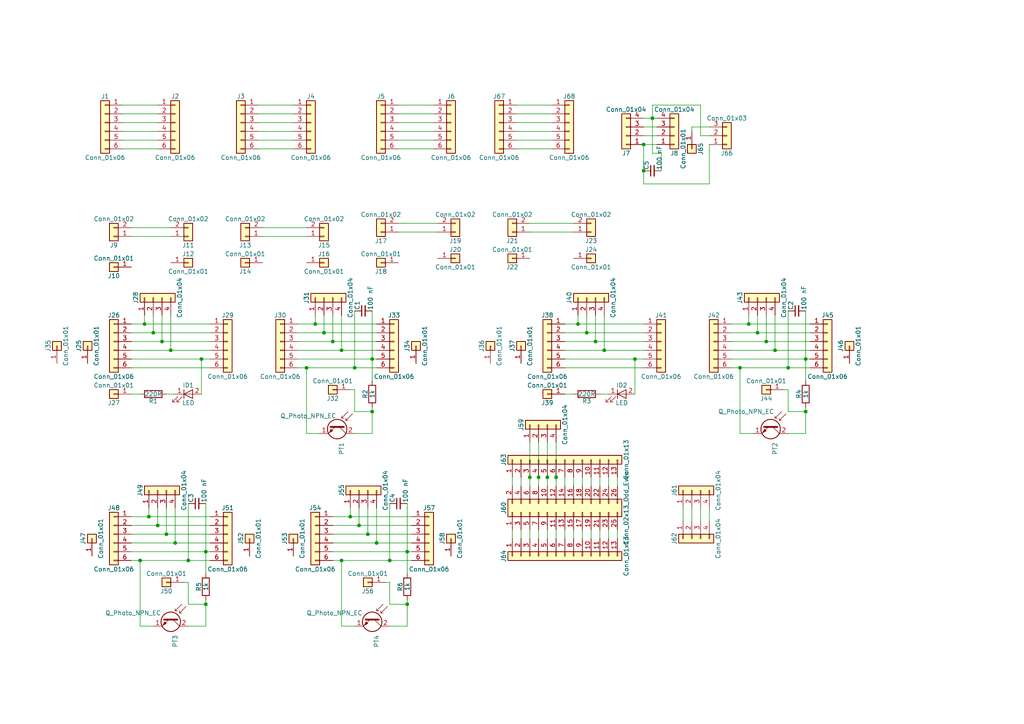
<source format=kicad_sch>
(kicad_sch (version 20230121) (generator eeschema)
  (paper "A4")
  (lib_symbols
    (symbol "AdapterBoard-rescue:C_Small" (pin_numbers hide) (pin_names (offset 0.254) hide)
      (property "Reference" "C" (at 0.254 1.778 0))
      (property "Value" "C_Small" (at 0.254 -2.032 0))
      (symbol "C_Small_0_1"
        (polyline (pts (xy -1.524 -0.508) (xy 1.524 -0.508)) (stroke (width 0.3302)))
        (polyline (pts (xy -1.524 0.508) (xy 1.524 0.508)) (stroke (width 0.3048)))
      )
      (symbol "C_Small_1_1"
        (pin passive line (at 0 2.54 270) (length 2.032) (name "~") (number "1"))
        (pin passive line (at 0 -2.54 90) (length 2.032) (name "~") (number "2"))
      )
    )
    (symbol "AdapterBoard-rescue:Conn_01x01" (pin_names (offset 1.016) hide)
      (property "Reference" "J" (at 0 2.54 0))
      (property "Value" "Conn_01x01" (at 0 -2.54 0))
      (symbol "Conn_01x01_1_1"
        (rectangle (start -1.27 0.127) (end 0 -0.127) (stroke (width 0.1524)))
        (rectangle (start -1.27 1.27) (end 1.27 -1.27) (stroke (width 0.254)) (fill (type background)))
        (pin passive line (at -5.08 0 0) (length 3.81) (name "Pin_1") (number "1"))
      )
    )
    (symbol "AdapterBoard-rescue:Conn_01x02" (pin_names (offset 1.016) hide)
      (property "Reference" "J" (at 0 2.54 0))
      (property "Value" "Conn_01x02" (at 0 -5.08 0))
      (symbol "Conn_01x02_1_1"
        (rectangle (start -1.27 -2.413) (end 0 -2.667) (stroke (width 0.1524)))
        (rectangle (start -1.27 0.127) (end 0 -0.127) (stroke (width 0.1524)))
        (rectangle (start -1.27 1.27) (end 1.27 -3.81) (stroke (width 0.254)) (fill (type background)))
        (pin passive line (at -5.08 0 0) (length 3.81) (name "Pin_1") (number "1"))
        (pin passive line (at -5.08 -2.54 0) (length 3.81) (name "Pin_2") (number "2"))
      )
    )
    (symbol "AdapterBoard-rescue:Conn_01x03" (pin_names (offset 1.016) hide)
      (property "Reference" "J" (at 0 5.08 0))
      (property "Value" "Conn_01x03" (at 0 -5.08 0))
      (symbol "Conn_01x03_1_1"
        (rectangle (start -1.27 -2.413) (end 0 -2.667) (stroke (width 0.1524)))
        (rectangle (start -1.27 0.127) (end 0 -0.127) (stroke (width 0.1524)))
        (rectangle (start -1.27 2.667) (end 0 2.413) (stroke (width 0.1524)))
        (rectangle (start -1.27 3.81) (end 1.27 -3.81) (stroke (width 0.254)) (fill (type background)))
        (pin passive line (at -5.08 2.54 0) (length 3.81) (name "Pin_1") (number "1"))
        (pin passive line (at -5.08 0 0) (length 3.81) (name "Pin_2") (number "2"))
        (pin passive line (at -5.08 -2.54 0) (length 3.81) (name "Pin_3") (number "3"))
      )
    )
    (symbol "AdapterBoard-rescue:Conn_01x04" (pin_names (offset 1.016) hide)
      (property "Reference" "J" (at 0 5.08 0))
      (property "Value" "Conn_01x04" (at 0 -7.62 0))
      (symbol "Conn_01x04_1_1"
        (rectangle (start -1.27 -4.953) (end 0 -5.207) (stroke (width 0.1524)))
        (rectangle (start -1.27 -2.413) (end 0 -2.667) (stroke (width 0.1524)))
        (rectangle (start -1.27 0.127) (end 0 -0.127) (stroke (width 0.1524)))
        (rectangle (start -1.27 2.667) (end 0 2.413) (stroke (width 0.1524)))
        (rectangle (start -1.27 3.81) (end 1.27 -6.35) (stroke (width 0.254)) (fill (type background)))
        (pin passive line (at -5.08 2.54 0) (length 3.81) (name "Pin_1") (number "1"))
        (pin passive line (at -5.08 0 0) (length 3.81) (name "Pin_2") (number "2"))
        (pin passive line (at -5.08 -2.54 0) (length 3.81) (name "Pin_3") (number "3"))
        (pin passive line (at -5.08 -5.08 0) (length 3.81) (name "Pin_4") (number "4"))
      )
    )
    (symbol "AdapterBoard-rescue:Conn_01x06" (pin_names (offset 1.016) hide)
      (property "Reference" "J" (at 0 7.62 0))
      (property "Value" "Conn_01x06" (at 0 -10.16 0))
      (symbol "Conn_01x06_1_1"
        (rectangle (start -1.27 -7.493) (end 0 -7.747) (stroke (width 0.1524)))
        (rectangle (start -1.27 -4.953) (end 0 -5.207) (stroke (width 0.1524)))
        (rectangle (start -1.27 -2.413) (end 0 -2.667) (stroke (width 0.1524)))
        (rectangle (start -1.27 0.127) (end 0 -0.127) (stroke (width 0.1524)))
        (rectangle (start -1.27 2.667) (end 0 2.413) (stroke (width 0.1524)))
        (rectangle (start -1.27 5.207) (end 0 4.953) (stroke (width 0.1524)))
        (rectangle (start -1.27 6.35) (end 1.27 -8.89) (stroke (width 0.254)) (fill (type background)))
        (pin passive line (at -5.08 5.08 0) (length 3.81) (name "Pin_1") (number "1"))
        (pin passive line (at -5.08 2.54 0) (length 3.81) (name "Pin_2") (number "2"))
        (pin passive line (at -5.08 0 0) (length 3.81) (name "Pin_3") (number "3"))
        (pin passive line (at -5.08 -2.54 0) (length 3.81) (name "Pin_4") (number "4"))
        (pin passive line (at -5.08 -5.08 0) (length 3.81) (name "Pin_5") (number "5"))
        (pin passive line (at -5.08 -7.62 0) (length 3.81) (name "Pin_6") (number "6"))
      )
    )
    (symbol "AdapterBoard-rescue:Conn_01x13" (pin_names (offset 1.016) hide)
      (property "Reference" "J" (at 0 17.78 0))
      (property "Value" "Conn_01x13" (at 0 -17.78 0))
      (symbol "Conn_01x13_1_1"
        (rectangle (start -1.27 -15.113) (end 0 -15.367) (stroke (width 0.1524)))
        (rectangle (start -1.27 -12.573) (end 0 -12.827) (stroke (width 0.1524)))
        (rectangle (start -1.27 -10.033) (end 0 -10.287) (stroke (width 0.1524)))
        (rectangle (start -1.27 -7.493) (end 0 -7.747) (stroke (width 0.1524)))
        (rectangle (start -1.27 -4.953) (end 0 -5.207) (stroke (width 0.1524)))
        (rectangle (start -1.27 -2.413) (end 0 -2.667) (stroke (width 0.1524)))
        (rectangle (start -1.27 0.127) (end 0 -0.127) (stroke (width 0.1524)))
        (rectangle (start -1.27 2.667) (end 0 2.413) (stroke (width 0.1524)))
        (rectangle (start -1.27 5.207) (end 0 4.953) (stroke (width 0.1524)))
        (rectangle (start -1.27 7.747) (end 0 7.493) (stroke (width 0.1524)))
        (rectangle (start -1.27 10.287) (end 0 10.033) (stroke (width 0.1524)))
        (rectangle (start -1.27 12.827) (end 0 12.573) (stroke (width 0.1524)))
        (rectangle (start -1.27 15.367) (end 0 15.113) (stroke (width 0.1524)))
        (rectangle (start -1.27 16.51) (end 1.27 -16.51) (stroke (width 0.254)) (fill (type background)))
        (pin passive line (at -5.08 15.24 0) (length 3.81) (name "Pin_1") (number "1"))
        (pin passive line (at -5.08 -7.62 0) (length 3.81) (name "Pin_10") (number "10"))
        (pin passive line (at -5.08 -10.16 0) (length 3.81) (name "Pin_11") (number "11"))
        (pin passive line (at -5.08 -12.7 0) (length 3.81) (name "Pin_12") (number "12"))
        (pin passive line (at -5.08 -15.24 0) (length 3.81) (name "Pin_13") (number "13"))
        (pin passive line (at -5.08 12.7 0) (length 3.81) (name "Pin_2") (number "2"))
        (pin passive line (at -5.08 10.16 0) (length 3.81) (name "Pin_3") (number "3"))
        (pin passive line (at -5.08 7.62 0) (length 3.81) (name "Pin_4") (number "4"))
        (pin passive line (at -5.08 5.08 0) (length 3.81) (name "Pin_5") (number "5"))
        (pin passive line (at -5.08 2.54 0) (length 3.81) (name "Pin_6") (number "6"))
        (pin passive line (at -5.08 0 0) (length 3.81) (name "Pin_7") (number "7"))
        (pin passive line (at -5.08 -2.54 0) (length 3.81) (name "Pin_8") (number "8"))
        (pin passive line (at -5.08 -5.08 0) (length 3.81) (name "Pin_9") (number "9"))
      )
    )
    (symbol "AdapterBoard-rescue:Conn_02x13_Odd_Even" (pin_names (offset 1.016) hide)
      (property "Reference" "J" (at 1.27 17.78 0))
      (property "Value" "Conn_02x13_Odd_Even" (at 1.27 -17.78 0))
      (symbol "Conn_02x13_Odd_Even_1_1"
        (rectangle (start -1.27 -15.113) (end 0 -15.367) (stroke (width 0.1524)))
        (rectangle (start -1.27 -12.573) (end 0 -12.827) (stroke (width 0.1524)))
        (rectangle (start -1.27 -10.033) (end 0 -10.287) (stroke (width 0.1524)))
        (rectangle (start -1.27 -7.493) (end 0 -7.747) (stroke (width 0.1524)))
        (rectangle (start -1.27 -4.953) (end 0 -5.207) (stroke (width 0.1524)))
        (rectangle (start -1.27 -2.413) (end 0 -2.667) (stroke (width 0.1524)))
        (rectangle (start -1.27 0.127) (end 0 -0.127) (stroke (width 0.1524)))
        (rectangle (start -1.27 2.667) (end 0 2.413) (stroke (width 0.1524)))
        (rectangle (start -1.27 5.207) (end 0 4.953) (stroke (width 0.1524)))
        (rectangle (start -1.27 7.747) (end 0 7.493) (stroke (width 0.1524)))
        (rectangle (start -1.27 10.287) (end 0 10.033) (stroke (width 0.1524)))
        (rectangle (start -1.27 12.827) (end 0 12.573) (stroke (width 0.1524)))
        (rectangle (start -1.27 15.367) (end 0 15.113) (stroke (width 0.1524)))
        (rectangle (start -1.27 16.51) (end 3.81 -16.51) (stroke (width 0.254)) (fill (type background)))
        (rectangle (start 3.81 -15.113) (end 2.54 -15.367) (stroke (width 0.1524)))
        (rectangle (start 3.81 -12.573) (end 2.54 -12.827) (stroke (width 0.1524)))
        (rectangle (start 3.81 -10.033) (end 2.54 -10.287) (stroke (width 0.1524)))
        (rectangle (start 3.81 -7.493) (end 2.54 -7.747) (stroke (width 0.1524)))
        (rectangle (start 3.81 -4.953) (end 2.54 -5.207) (stroke (width 0.1524)))
        (rectangle (start 3.81 -2.413) (end 2.54 -2.667) (stroke (width 0.1524)))
        (rectangle (start 3.81 0.127) (end 2.54 -0.127) (stroke (width 0.1524)))
        (rectangle (start 3.81 2.667) (end 2.54 2.413) (stroke (width 0.1524)))
        (rectangle (start 3.81 5.207) (end 2.54 4.953) (stroke (width 0.1524)))
        (rectangle (start 3.81 7.747) (end 2.54 7.493) (stroke (width 0.1524)))
        (rectangle (start 3.81 10.287) (end 2.54 10.033) (stroke (width 0.1524)))
        (rectangle (start 3.81 12.827) (end 2.54 12.573) (stroke (width 0.1524)))
        (rectangle (start 3.81 15.367) (end 2.54 15.113) (stroke (width 0.1524)))
        (pin passive line (at -5.08 15.24 0) (length 3.81) (name "Pin_1") (number "1"))
        (pin passive line (at 7.62 5.08 180) (length 3.81) (name "Pin_10") (number "10"))
        (pin passive line (at -5.08 2.54 0) (length 3.81) (name "Pin_11") (number "11"))
        (pin passive line (at 7.62 2.54 180) (length 3.81) (name "Pin_12") (number "12"))
        (pin passive line (at -5.08 0 0) (length 3.81) (name "Pin_13") (number "13"))
        (pin passive line (at 7.62 0 180) (length 3.81) (name "Pin_14") (number "14"))
        (pin passive line (at -5.08 -2.54 0) (length 3.81) (name "Pin_15") (number "15"))
        (pin passive line (at 7.62 -2.54 180) (length 3.81) (name "Pin_16") (number "16"))
        (pin passive line (at -5.08 -5.08 0) (length 3.81) (name "Pin_17") (number "17"))
        (pin passive line (at 7.62 -5.08 180) (length 3.81) (name "Pin_18") (number "18"))
        (pin passive line (at -5.08 -7.62 0) (length 3.81) (name "Pin_19") (number "19"))
        (pin passive line (at 7.62 15.24 180) (length 3.81) (name "Pin_2") (number "2"))
        (pin passive line (at 7.62 -7.62 180) (length 3.81) (name "Pin_20") (number "20"))
        (pin passive line (at -5.08 -10.16 0) (length 3.81) (name "Pin_21") (number "21"))
        (pin passive line (at 7.62 -10.16 180) (length 3.81) (name "Pin_22") (number "22"))
        (pin passive line (at -5.08 -12.7 0) (length 3.81) (name "Pin_23") (number "23"))
        (pin passive line (at 7.62 -12.7 180) (length 3.81) (name "Pin_24") (number "24"))
        (pin passive line (at -5.08 -15.24 0) (length 3.81) (name "Pin_25") (number "25"))
        (pin passive line (at 7.62 -15.24 180) (length 3.81) (name "Pin_26") (number "26"))
        (pin passive line (at -5.08 12.7 0) (length 3.81) (name "Pin_3") (number "3"))
        (pin passive line (at 7.62 12.7 180) (length 3.81) (name "Pin_4") (number "4"))
        (pin passive line (at -5.08 10.16 0) (length 3.81) (name "Pin_5") (number "5"))
        (pin passive line (at 7.62 10.16 180) (length 3.81) (name "Pin_6") (number "6"))
        (pin passive line (at -5.08 7.62 0) (length 3.81) (name "Pin_7") (number "7"))
        (pin passive line (at 7.62 7.62 180) (length 3.81) (name "Pin_8") (number "8"))
        (pin passive line (at -5.08 5.08 0) (length 3.81) (name "Pin_9") (number "9"))
      )
    )
    (symbol "AdapterBoard-rescue:LED" (pin_names (offset 1.016) hide)
      (property "Reference" "D" (at 0 2.54 0))
      (property "Value" "LED" (at 0 -2.54 0))
      (symbol "LED_0_1"
        (polyline (pts (xy -1.27 -1.27) (xy -1.27 1.27)) (stroke (width 0.2032)))
        (polyline (pts (xy -1.27 0) (xy 1.27 0)))
        (polyline (pts (xy 1.27 -1.27) (xy 1.27 1.27) (xy -1.27 0) (xy 1.27 -1.27)) (stroke (width 0.2032)))
        (polyline (pts (xy -3.048 -0.762) (xy -4.572 -2.286) (xy -3.81 -2.286) (xy -4.572 -2.286) (xy -4.572 -1.524)))
        (polyline (pts (xy -1.778 -0.762) (xy -3.302 -2.286) (xy -2.54 -2.286) (xy -3.302 -2.286) (xy -3.302 -1.524)))
      )
      (symbol "LED_1_1"
        (pin passive line (at -3.81 0 0) (length 2.54) (name "K") (number "1"))
        (pin passive line (at 3.81 0 180) (length 2.54) (name "A") (number "2"))
      )
    )
    (symbol "AdapterBoard-rescue:Q_Photo_NPN_EC" (pin_names (offset 0) hide)
      (property "Reference" "Q" (at 5.08 1.27 0))
      (property "Value" "Q_Photo_NPN_EC" (at 5.08 -1.27 0))
      (symbol "Q_Photo_NPN_EC_0_1"
        (polyline (pts (xy -1.905 1.27) (xy -2.54 1.27)))
        (polyline (pts (xy -1.27 2.54) (xy -1.905 2.54)))
        (polyline (pts (xy 0.635 0.635) (xy 2.54 2.54)))
        (polyline (pts (xy -3.81 3.175) (xy -1.905 1.27) (xy -1.905 1.905)))
        (polyline (pts (xy -3.175 4.445) (xy -1.27 2.54) (xy -1.27 3.175)))
        (polyline (pts (xy 0.635 -0.635) (xy 2.54 -2.54) (xy 2.54 -2.54)))
        (polyline (pts (xy 0.635 1.905) (xy 0.635 -1.905) (xy 0.635 -1.905)) (stroke (width 0.508)))
        (polyline (pts (xy 1.27 -1.778) (xy 1.778 -1.27) (xy 2.286 -2.286) (xy 1.27 -1.778) (xy 1.27 -1.778)) (fill (type outline)))
        (circle (center 1.27 0) (radius 2.8194) (stroke (width 0.254)))
      )
      (symbol "Q_Photo_NPN_EC_1_1"
        (pin passive line (at 2.54 -5.08 90) (length 2.54) (name "E") (number "1"))
        (pin passive line (at 2.54 5.08 270) (length 2.54) (name "C") (number "2"))
      )
    )
    (symbol "AdapterBoard-rescue:R" (pin_numbers hide) (pin_names (offset 0))
      (property "Reference" "R" (at 2.032 0 90))
      (property "Value" "R" (at 0 0 90))
      (symbol "R_0_1"
        (rectangle (start -1.016 -2.54) (end 1.016 2.54) (stroke (width 0.254)))
      )
      (symbol "R_1_1"
        (pin passive line (at 0 3.81 270) (length 1.27) (name "~") (number "1"))
        (pin passive line (at 0 -3.81 90) (length 1.27) (name "~") (number "2"))
      )
    )
  )
  (junction (at 45.72 152.4))
  (junction (at 184.15 104.14))
  (junction (at 161.29 138.43))
  (junction (at 170.18 96.52))
  (junction (at 189.23 34.29))
  (junction (at 93.98 96.52))
  (junction (at 50.8 157.48))
  (junction (at 104.14 152.4))
  (junction (at 91.44 93.98))
  (junction (at 222.25 99.06))
  (junction (at 118.11 175.26))
  (junction (at 99.06 162.56))
  (junction (at 153.67 138.43))
  (junction (at 228.6 106.68))
  (junction (at 214.63 106.68))
  (junction (at 217.17 93.98))
  (junction (at 99.06 101.6))
  (junction (at 167.64 93.98))
  (junction (at 43.18 149.86))
  (junction (at 172.72 99.06))
  (junction (at 46.99 99.06))
  (junction (at 219.71 96.52))
  (junction (at 118.11 160.02))
  (junction (at 113.03 162.56))
  (junction (at 109.22 157.48))
  (junction (at 106.68 154.94))
  (junction (at 158.75 138.43))
  (junction (at 107.95 119.38))
  (junction (at 101.6 149.86))
  (junction (at 44.45 96.52))
  (junction (at 186.69 49.53))
  (junction (at 54.61 162.56))
  (junction (at 186.69 41.91))
  (junction (at 96.52 99.06))
  (junction (at 58.42 104.14))
  (junction (at 107.95 104.14))
  (junction (at 59.69 175.26))
  (junction (at 233.68 104.14))
  (junction (at 88.9 106.68))
  (junction (at 49.53 101.6))
  (junction (at 48.26 154.94))
  (junction (at 41.91 93.98))
  (junction (at 102.87 106.68))
  (junction (at 175.26 101.6))
  (junction (at 233.68 119.38))
  (junction (at 156.21 138.43))
  (junction (at 40.64 162.56))
  (junction (at 59.69 160.02))
  (junction (at 224.79 101.6))
  (wire (pts (xy 172.72 91.44) (xy 172.72 99.06)))
  (wire (pts (xy 186.69 41.91) (xy 190.5 41.91)))
  (wire (pts (xy 224.79 91.44) (xy 224.79 101.6)))
  (wire (pts (xy 58.42 104.14) (xy 58.42 114.3)))
  (wire (pts (xy 111.76 168.91) (xy 113.03 168.91)))
  (wire (pts (xy 113.03 175.26) (xy 118.11 175.26)))
  (wire (pts (xy 38.1 157.48) (xy 50.8 157.48)))
  (wire (pts (xy 101.6 149.86) (xy 119.38 149.86)))
  (wire (pts (xy 233.68 125.73) (xy 228.6 125.73)))
  (wire (pts (xy 107.95 90.17) (xy 107.95 104.14)))
  (wire (pts (xy 54.61 168.91) (xy 54.61 175.26)))
  (wire (pts (xy 171.45 153.67) (xy 171.45 156.21)))
  (wire (pts (xy 45.72 30.48) (xy 35.56 30.48)))
  (wire (pts (xy 54.61 175.26) (xy 59.69 175.26)))
  (wire (pts (xy 163.83 96.52) (xy 170.18 96.52)))
  (wire (pts (xy 184.15 104.14) (xy 186.69 104.14)))
  (wire (pts (xy 125.73 38.1) (xy 115.57 38.1)))
  (wire (pts (xy 166.37 153.67) (xy 166.37 156.21)))
  (wire (pts (xy 88.9 66.04) (xy 76.2 66.04)))
  (wire (pts (xy 107.95 119.38) (xy 107.95 125.73)))
  (wire (pts (xy 96.52 149.86) (xy 101.6 149.86)))
  (wire (pts (xy 38.1 99.06) (xy 46.99 99.06)))
  (wire (pts (xy 85.09 33.02) (xy 74.93 33.02)))
  (wire (pts (xy 228.6 119.38) (xy 233.68 119.38)))
  (wire (pts (xy 118.11 181.61) (xy 113.03 181.61)))
  (wire (pts (xy 233.68 119.38) (xy 233.68 125.73)))
  (wire (pts (xy 228.6 113.03) (xy 228.6 119.38)))
  (wire (pts (xy 160.02 38.1) (xy 149.86 38.1)))
  (wire (pts (xy 191.77 44.45) (xy 189.23 44.45)))
  (wire (pts (xy 93.98 91.44) (xy 93.98 96.52)))
  (wire (pts (xy 58.42 104.14) (xy 60.96 104.14)))
  (wire (pts (xy 92.71 125.73) (xy 88.9 125.73)))
  (wire (pts (xy 49.53 66.04) (xy 38.1 66.04)))
  (wire (pts (xy 161.29 128.27) (xy 161.29 138.43)))
  (wire (pts (xy 125.73 30.48) (xy 115.57 30.48)))
  (wire (pts (xy 46.99 91.44) (xy 46.99 99.06)))
  (wire (pts (xy 85.09 40.64) (xy 74.93 40.64)))
  (wire (pts (xy 179.07 153.67) (xy 179.07 156.21)))
  (wire (pts (xy 233.68 90.17) (xy 233.68 104.14)))
  (wire (pts (xy 38.1 152.4) (xy 45.72 152.4)))
  (wire (pts (xy 102.87 90.17) (xy 102.87 106.68)))
  (wire (pts (xy 107.95 125.73) (xy 102.87 125.73)))
  (wire (pts (xy 48.26 154.94) (xy 60.96 154.94)))
  (wire (pts (xy 38.1 106.68) (xy 60.96 106.68)))
  (wire (pts (xy 107.95 118.11) (xy 107.95 119.38)))
  (wire (pts (xy 40.64 162.56) (xy 54.61 162.56)))
  (wire (pts (xy 148.59 153.67) (xy 148.59 156.21)))
  (wire (pts (xy 118.11 146.05) (xy 118.11 160.02)))
  (wire (pts (xy 102.87 113.03) (xy 102.87 119.38)))
  (wire (pts (xy 118.11 173.99) (xy 118.11 175.26)))
  (wire (pts (xy 127 64.77) (xy 115.57 64.77)))
  (wire (pts (xy 173.99 153.67) (xy 173.99 156.21)))
  (wire (pts (xy 168.91 140.97) (xy 168.91 138.43)))
  (wire (pts (xy 166.37 140.97) (xy 166.37 138.43)))
  (wire (pts (xy 198.12 147.32) (xy 198.12 151.13)))
  (wire (pts (xy 118.11 160.02) (xy 119.38 160.02)))
  (wire (pts (xy 86.36 99.06) (xy 96.52 99.06)))
  (wire (pts (xy 233.68 118.11) (xy 233.68 119.38)))
  (wire (pts (xy 59.69 181.61) (xy 54.61 181.61)))
  (wire (pts (xy 228.6 106.68) (xy 234.95 106.68)))
  (wire (pts (xy 186.69 39.37) (xy 190.5 39.37)))
  (wire (pts (xy 88.9 125.73) (xy 88.9 106.68)))
  (wire (pts (xy 189.23 34.29) (xy 190.5 34.29)))
  (wire (pts (xy 212.09 99.06) (xy 222.25 99.06)))
  (wire (pts (xy 153.67 153.67) (xy 153.67 156.21)))
  (wire (pts (xy 102.87 181.61) (xy 99.06 181.61)))
  (wire (pts (xy 91.44 91.44) (xy 91.44 93.98)))
  (wire (pts (xy 214.63 125.73) (xy 214.63 106.68)))
  (wire (pts (xy 107.95 104.14) (xy 107.95 110.49)))
  (wire (pts (xy 109.22 157.48) (xy 119.38 157.48)))
  (wire (pts (xy 179.07 138.43) (xy 179.07 140.97)))
  (wire (pts (xy 46.99 99.06) (xy 60.96 99.06)))
  (wire (pts (xy 99.06 91.44) (xy 99.06 101.6)))
  (wire (pts (xy 99.06 181.61) (xy 99.06 162.56)))
  (wire (pts (xy 166.37 64.77) (xy 153.67 64.77)))
  (wire (pts (xy 184.15 104.14) (xy 184.15 114.3)))
  (wire (pts (xy 166.37 114.3) (xy 163.83 114.3)))
  (wire (pts (xy 109.22 147.32) (xy 109.22 157.48)))
  (wire (pts (xy 85.09 30.48) (xy 74.93 30.48)))
  (wire (pts (xy 38.1 149.86) (xy 43.18 149.86)))
  (wire (pts (xy 96.52 99.06) (xy 109.22 99.06)))
  (wire (pts (xy 203.2 30.48) (xy 189.23 30.48)))
  (wire (pts (xy 50.8 147.32) (xy 50.8 157.48)))
  (wire (pts (xy 86.36 96.52) (xy 93.98 96.52)))
  (wire (pts (xy 48.26 147.32) (xy 48.26 154.94)))
  (wire (pts (xy 38.1 93.98) (xy 41.91 93.98)))
  (wire (pts (xy 153.67 138.43) (xy 153.67 140.97)))
  (wire (pts (xy 104.14 147.32) (xy 104.14 152.4)))
  (wire (pts (xy 99.06 101.6) (xy 109.22 101.6)))
  (wire (pts (xy 160.02 43.18) (xy 149.86 43.18)))
  (wire (pts (xy 45.72 33.02) (xy 35.56 33.02)))
  (wire (pts (xy 163.83 153.67) (xy 163.83 156.21)))
  (wire (pts (xy 49.53 91.44) (xy 49.53 101.6)))
  (wire (pts (xy 212.09 106.68) (xy 214.63 106.68)))
  (wire (pts (xy 172.72 99.06) (xy 186.69 99.06)))
  (wire (pts (xy 176.53 140.97) (xy 176.53 138.43)))
  (wire (pts (xy 44.45 181.61) (xy 40.64 181.61)))
  (wire (pts (xy 53.34 168.91) (xy 54.61 168.91)))
  (wire (pts (xy 219.71 91.44) (xy 219.71 96.52)))
  (wire (pts (xy 38.1 162.56) (xy 40.64 162.56)))
  (wire (pts (xy 156.21 138.43) (xy 156.21 140.97)))
  (wire (pts (xy 96.52 162.56) (xy 99.06 162.56)))
  (wire (pts (xy 214.63 106.68) (xy 228.6 106.68)))
  (wire (pts (xy 49.53 101.6) (xy 60.96 101.6)))
  (wire (pts (xy 93.98 96.52) (xy 109.22 96.52)))
  (wire (pts (xy 85.09 35.56) (xy 74.93 35.56)))
  (wire (pts (xy 96.52 154.94) (xy 106.68 154.94)))
  (wire (pts (xy 101.6 147.32) (xy 101.6 149.86)))
  (wire (pts (xy 158.75 153.67) (xy 158.75 156.21)))
  (wire (pts (xy 200.66 36.83) (xy 205.74 36.83)))
  (wire (pts (xy 228.6 90.17) (xy 228.6 106.68)))
  (wire (pts (xy 54.61 146.05) (xy 54.61 162.56)))
  (wire (pts (xy 59.69 173.99) (xy 59.69 175.26)))
  (wire (pts (xy 40.64 181.61) (xy 40.64 162.56)))
  (wire (pts (xy 86.36 93.98) (xy 91.44 93.98)))
  (wire (pts (xy 59.69 175.26) (xy 59.69 181.61)))
  (wire (pts (xy 85.09 43.18) (xy 74.93 43.18)))
  (wire (pts (xy 167.64 91.44) (xy 167.64 93.98)))
  (wire (pts (xy 160.02 40.64) (xy 149.86 40.64)))
  (wire (pts (xy 163.83 101.6) (xy 175.26 101.6)))
  (wire (pts (xy 50.8 114.3) (xy 48.26 114.3)))
  (wire (pts (xy 85.09 38.1) (xy 74.93 38.1)))
  (wire (pts (xy 163.83 99.06) (xy 172.72 99.06)))
  (wire (pts (xy 175.26 91.44) (xy 175.26 101.6)))
  (wire (pts (xy 113.03 162.56) (xy 119.38 162.56)))
  (wire (pts (xy 176.53 114.3) (xy 173.99 114.3)))
  (wire (pts (xy 86.36 104.14) (xy 107.95 104.14)))
  (wire (pts (xy 161.29 138.43) (xy 161.29 140.97)))
  (wire (pts (xy 163.83 106.68) (xy 186.69 106.68)))
  (wire (pts (xy 189.23 34.29) (xy 189.23 30.48)))
  (wire (pts (xy 106.68 154.94) (xy 119.38 154.94)))
  (wire (pts (xy 176.53 153.67) (xy 176.53 156.21)))
  (wire (pts (xy 233.68 104.14) (xy 234.95 104.14)))
  (wire (pts (xy 96.52 157.48) (xy 109.22 157.48)))
  (wire (pts (xy 151.13 138.43) (xy 151.13 140.97)))
  (wire (pts (xy 163.83 104.14) (xy 184.15 104.14)))
  (wire (pts (xy 96.52 152.4) (xy 104.14 152.4)))
  (wire (pts (xy 153.67 128.27) (xy 153.67 138.43)))
  (wire (pts (xy 41.91 93.98) (xy 60.96 93.98)))
  (wire (pts (xy 170.18 96.52) (xy 186.69 96.52)))
  (wire (pts (xy 203.2 39.37) (xy 205.74 39.37)))
  (wire (pts (xy 118.11 175.26) (xy 118.11 181.61)))
  (wire (pts (xy 88.9 68.58) (xy 76.2 68.58)))
  (wire (pts (xy 233.68 104.14) (xy 233.68 110.49)))
  (wire (pts (xy 45.72 40.64) (xy 35.56 40.64)))
  (wire (pts (xy 212.09 96.52) (xy 219.71 96.52)))
  (wire (pts (xy 102.87 106.68) (xy 109.22 106.68)))
  (wire (pts (xy 104.14 152.4) (xy 119.38 152.4)))
  (wire (pts (xy 222.25 91.44) (xy 222.25 99.06)))
  (wire (pts (xy 190.5 36.83) (xy 186.69 36.83)))
  (wire (pts (xy 173.99 140.97) (xy 173.99 138.43)))
  (wire (pts (xy 151.13 153.67) (xy 151.13 156.21)))
  (wire (pts (xy 203.2 151.13) (xy 203.2 147.32)))
  (wire (pts (xy 212.09 104.14) (xy 233.68 104.14)))
  (wire (pts (xy 205.74 147.32) (xy 205.74 151.13)))
  (wire (pts (xy 40.64 114.3) (xy 38.1 114.3)))
  (wire (pts (xy 222.25 99.06) (xy 234.95 99.06)))
  (wire (pts (xy 160.02 30.48) (xy 149.86 30.48)))
  (wire (pts (xy 160.02 33.02) (xy 149.86 33.02)))
  (wire (pts (xy 38.1 160.02) (xy 59.69 160.02)))
  (wire (pts (xy 86.36 106.68) (xy 88.9 106.68)))
  (wire (pts (xy 96.52 91.44) (xy 96.52 99.06)))
  (wire (pts (xy 44.45 91.44) (xy 44.45 96.52)))
  (wire (pts (xy 175.26 101.6) (xy 186.69 101.6)))
  (wire (pts (xy 161.29 153.67) (xy 161.29 156.21)))
  (wire (pts (xy 101.6 113.03) (xy 102.87 113.03)))
  (wire (pts (xy 59.69 160.02) (xy 60.96 160.02)))
  (wire (pts (xy 86.36 101.6) (xy 99.06 101.6)))
  (wire (pts (xy 125.73 33.02) (xy 115.57 33.02)))
  (wire (pts (xy 45.72 147.32) (xy 45.72 152.4)))
  (wire (pts (xy 166.37 67.31) (xy 153.67 67.31)))
  (wire (pts (xy 227.33 113.03) (xy 228.6 113.03)))
  (wire (pts (xy 125.73 43.18) (xy 115.57 43.18)))
  (wire (pts (xy 156.21 153.67) (xy 156.21 156.21)))
  (wire (pts (xy 113.03 146.05) (xy 113.03 162.56)))
  (wire (pts (xy 168.91 153.67) (xy 168.91 156.21)))
  (wire (pts (xy 113.03 168.91) (xy 113.03 175.26)))
  (wire (pts (xy 96.52 160.02) (xy 118.11 160.02)))
  (wire (pts (xy 99.06 162.56) (xy 113.03 162.56)))
  (wire (pts (xy 160.02 35.56) (xy 149.86 35.56)))
  (wire (pts (xy 212.09 93.98) (xy 217.17 93.98)))
  (wire (pts (xy 156.21 128.27) (xy 156.21 138.43)))
  (wire (pts (xy 219.71 96.52) (xy 234.95 96.52)))
  (wire (pts (xy 200.66 147.32) (xy 200.66 151.13)))
  (wire (pts (xy 38.1 104.14) (xy 58.42 104.14)))
  (wire (pts (xy 59.69 160.02) (xy 59.69 166.37)))
  (wire (pts (xy 158.75 128.27) (xy 158.75 138.43)))
  (wire (pts (xy 45.72 38.1) (xy 35.56 38.1)))
  (wire (pts (xy 170.18 91.44) (xy 170.18 96.52)))
  (wire (pts (xy 186.69 49.53) (xy 186.69 53.34)))
  (wire (pts (xy 44.45 96.52) (xy 60.96 96.52)))
  (wire (pts (xy 158.75 138.43) (xy 158.75 140.97)))
  (wire (pts (xy 171.45 140.97) (xy 171.45 138.43)))
  (wire (pts (xy 217.17 93.98) (xy 234.95 93.98)))
  (wire (pts (xy 127 67.31) (xy 115.57 67.31)))
  (wire (pts (xy 106.68 147.32) (xy 106.68 154.94)))
  (wire (pts (xy 205.74 41.91) (xy 205.74 53.34)))
  (wire (pts (xy 189.23 44.45) (xy 189.23 34.29)))
  (wire (pts (xy 125.73 35.56) (xy 115.57 35.56)))
  (wire (pts (xy 59.69 146.05) (xy 59.69 160.02)))
  (wire (pts (xy 200.66 38.1) (xy 200.66 36.83)))
  (wire (pts (xy 224.79 101.6) (xy 234.95 101.6)))
  (wire (pts (xy 191.77 49.53) (xy 191.77 44.45)))
  (wire (pts (xy 91.44 93.98) (xy 109.22 93.98)))
  (wire (pts (xy 43.18 149.86) (xy 60.96 149.86)))
  (wire (pts (xy 88.9 106.68) (xy 102.87 106.68)))
  (wire (pts (xy 203.2 39.37) (xy 203.2 30.48)))
  (wire (pts (xy 38.1 96.52) (xy 44.45 96.52)))
  (wire (pts (xy 45.72 35.56) (xy 35.56 35.56)))
  (wire (pts (xy 148.59 138.43) (xy 148.59 140.97)))
  (wire (pts (xy 54.61 162.56) (xy 60.96 162.56)))
  (wire (pts (xy 186.69 41.91) (xy 186.69 49.53)))
  (wire (pts (xy 102.87 119.38) (xy 107.95 119.38)))
  (wire (pts (xy 38.1 154.94) (xy 48.26 154.94)))
  (wire (pts (xy 45.72 152.4) (xy 60.96 152.4)))
  (wire (pts (xy 205.74 53.34) (xy 186.69 53.34)))
  (wire (pts (xy 163.83 93.98) (xy 167.64 93.98)))
  (wire (pts (xy 49.53 68.58) (xy 38.1 68.58)))
  (wire (pts (xy 163.83 140.97) (xy 163.83 138.43)))
  (wire (pts (xy 186.69 34.29) (xy 189.23 34.29)))
  (wire (pts (xy 125.73 40.64) (xy 115.57 40.64)))
  (wire (pts (xy 107.95 104.14) (xy 109.22 104.14)))
  (wire (pts (xy 218.44 125.73) (xy 214.63 125.73)))
  (wire (pts (xy 41.91 91.44) (xy 41.91 93.98)))
  (wire (pts (xy 38.1 101.6) (xy 49.53 101.6)))
  (wire (pts (xy 50.8 157.48) (xy 60.96 157.48)))
  (wire (pts (xy 212.09 101.6) (xy 224.79 101.6)))
  (wire (pts (xy 45.72 43.18) (xy 35.56 43.18)))
  (wire (pts (xy 118.11 160.02) (xy 118.11 166.37)))
  (wire (pts (xy 217.17 91.44) (xy 217.17 93.98)))
  (wire (pts (xy 43.18 147.32) (xy 43.18 149.86)))
  (wire (pts (xy 167.64 93.98) (xy 186.69 93.98)))
  (symbol (lib_id "AdapterBoard-rescue:Conn_01x06") (at 50.8 35.56 0) (unit 1)
    (property "Reference" "J2" (at 50.8 27.94 0))
    (property "Value" "Conn_01x06" (at 50.8 45.72 0))
    (property "Footprint" "Pin_Headers:Pin_Header_Straight_1x06_Pitch2.54mm" (effects hide))
  )
  (symbol (lib_id "AdapterBoard-rescue:Conn_01x06") (at 30.48 35.56 0) (mirror y) (unit 1)
    (property "Reference" "J1" (at 30.48 27.94 0))
    (property "Value" "Conn_01x06" (at 30.48 45.72 0))
    (property "Footprint" "Pin_Headers:Pin_Header_Straight_1x06_Pitch2.54mm" (effects hide))
  )
  (symbol (lib_id "AdapterBoard-rescue:Conn_01x06") (at 90.17 35.56 0) (unit 1)
    (property "Reference" "J4" (at 90.17 27.94 0))
    (property "Value" "Conn_01x06" (at 90.17 45.72 0))
    (property "Footprint" "Pin_Headers:Pin_Header_Straight_1x06_Pitch2.54mm" (effects hide))
  )
  (symbol (lib_id "AdapterBoard-rescue:Conn_01x06") (at 69.85 35.56 0) (mirror y) (unit 1)
    (property "Reference" "J3" (at 69.85 27.94 0))
    (property "Value" "Conn_01x06" (at 69.85 45.72 0))
    (property "Footprint" "Pin_Headers:Pin_Header_Straight_1x06_Pitch2.54mm" (effects hide))
  )
  (symbol (lib_id "AdapterBoard-rescue:Conn_01x06") (at 130.81 35.56 0) (unit 1)
    (property "Reference" "J6" (at 130.81 27.94 0))
    (property "Value" "Conn_01x06" (at 130.81 45.72 0))
    (property "Footprint" "Pin_Headers:Pin_Header_Straight_1x06_Pitch2.54mm" (effects hide))
  )
  (symbol (lib_id "AdapterBoard-rescue:Conn_01x06") (at 110.49 35.56 0) (mirror y) (unit 1)
    (property "Reference" "J5" (at 110.49 27.94 0))
    (property "Value" "Conn_01x06" (at 110.49 45.72 0))
    (property "Footprint" "Pin_Headers:Pin_Header_Straight_1x06_Pitch2.54mm" (effects hide))
  )
  (symbol (lib_id "AdapterBoard-rescue:Conn_01x02") (at 33.02 68.58 180) (unit 1)
    (property "Reference" "J9" (at 33.02 71.12 0))
    (property "Value" "Conn_01x02" (at 33.02 63.5 0))
    (property "Footprint" "Connectors_Terminal_Blocks:TerminalBlock_bornier-2_P5.08mm" (effects hide))
  )
  (symbol (lib_id "AdapterBoard-rescue:Conn_01x02") (at 54.61 68.58 0) (mirror x) (unit 1)
    (property "Reference" "J11" (at 54.61 71.12 0))
    (property "Value" "Conn_01x02" (at 54.61 63.5 0))
    (property "Footprint" "AdapterBoard:UltrasoundTransceiver" (effects hide))
  )
  (symbol (lib_id "AdapterBoard-rescue:Conn_01x02") (at 71.12 68.58 180) (unit 1)
    (property "Reference" "J13" (at 71.12 71.12 0))
    (property "Value" "Conn_01x02" (at 71.12 63.5 0))
    (property "Footprint" "Connectors_Terminal_Blocks:TerminalBlock_bornier-2_P5.08mm" (effects hide))
  )
  (symbol (lib_id "AdapterBoard-rescue:Conn_01x02") (at 93.98 68.58 0) (mirror x) (unit 1)
    (property "Reference" "J15" (at 93.98 71.12 0))
    (property "Value" "Conn_01x02" (at 93.98 63.5 0))
    (property "Footprint" "AdapterBoard:UltrasoundTransceiver" (effects hide))
  )
  (symbol (lib_id "AdapterBoard-rescue:Conn_01x01") (at 33.02 77.47 180) (unit 1)
    (property "Reference" "J10" (at 33.02 80.01 0))
    (property "Value" "Conn_01x01" (at 33.02 74.93 0))
    (property "Footprint" "Connectors:1pin" (effects hide))
  )
  (symbol (lib_id "AdapterBoard-rescue:Conn_01x01") (at 54.61 76.2 0) (unit 1)
    (property "Reference" "J12" (at 54.61 73.66 0))
    (property "Value" "Conn_01x01" (at 54.61 78.74 0))
    (property "Footprint" "Connectors:1pin" (effects hide))
  )
  (symbol (lib_id "AdapterBoard-rescue:Conn_01x01") (at 71.12 76.2 180) (unit 1)
    (property "Reference" "J14" (at 71.12 78.74 0))
    (property "Value" "Conn_01x01" (at 71.12 73.66 0))
    (property "Footprint" "Connectors:1pin" (effects hide))
  )
  (symbol (lib_id "AdapterBoard-rescue:Conn_01x01") (at 93.98 76.2 0) (unit 1)
    (property "Reference" "J16" (at 93.98 73.66 0))
    (property "Value" "Conn_01x01" (at 93.98 78.74 0))
    (property "Footprint" "Connectors:1pin" (effects hide))
  )
  (symbol (lib_id "AdapterBoard-rescue:Conn_01x02") (at 110.49 67.31 180) (unit 1)
    (property "Reference" "J17" (at 110.49 69.85 0))
    (property "Value" "Conn_01x02" (at 110.49 62.23 0))
    (property "Footprint" "Connectors_Terminal_Blocks:TerminalBlock_bornier-2_P5.08mm" (effects hide))
  )
  (symbol (lib_id "AdapterBoard-rescue:Conn_01x02") (at 132.08 67.31 0) (mirror x) (unit 1)
    (property "Reference" "J19" (at 132.08 69.85 0))
    (property "Value" "Conn_01x02" (at 132.08 62.23 0))
    (property "Footprint" "AdapterBoard:UltrasoundTransceiver" (effects hide))
  )
  (symbol (lib_id "AdapterBoard-rescue:Conn_01x02") (at 148.59 67.31 180) (unit 1)
    (property "Reference" "J21" (at 148.59 69.85 0))
    (property "Value" "Conn_01x02" (at 148.59 62.23 0))
    (property "Footprint" "Connectors_Terminal_Blocks:TerminalBlock_bornier-2_P5.08mm" (effects hide))
  )
  (symbol (lib_id "AdapterBoard-rescue:Conn_01x02") (at 171.45 67.31 0) (mirror x) (unit 1)
    (property "Reference" "J23" (at 171.45 69.85 0))
    (property "Value" "Conn_01x02" (at 171.45 62.23 0))
    (property "Footprint" "AdapterBoard:UltrasoundTransceiver" (effects hide))
  )
  (symbol (lib_id "AdapterBoard-rescue:Conn_01x01") (at 110.49 76.2 180) (unit 1)
    (property "Reference" "J18" (at 110.49 78.74 0))
    (property "Value" "Conn_01x01" (at 110.49 73.66 0))
    (property "Footprint" "Connectors:1pin" (effects hide))
  )
  (symbol (lib_id "AdapterBoard-rescue:Conn_01x01") (at 132.08 74.93 0) (unit 1)
    (property "Reference" "J20" (at 132.08 72.39 0))
    (property "Value" "Conn_01x01" (at 132.08 77.47 0))
    (property "Footprint" "Connectors:1pin" (effects hide))
  )
  (symbol (lib_id "AdapterBoard-rescue:Conn_01x01") (at 148.59 74.93 180) (unit 1)
    (property "Reference" "J22" (at 148.59 77.47 0))
    (property "Value" "Conn_01x01" (at 148.59 72.39 0))
    (property "Footprint" "Connectors:1pin" (effects hide))
  )
  (symbol (lib_id "AdapterBoard-rescue:Conn_01x01") (at 171.45 74.93 0) (unit 1)
    (property "Reference" "J24" (at 171.45 72.39 0))
    (property "Value" "Conn_01x01" (at 171.45 77.47 0))
    (property "Footprint" "Connectors:1pin" (effects hide))
  )
  (symbol (lib_id "AdapterBoard-rescue:Conn_01x06") (at 33.02 99.06 0) (mirror y) (unit 1)
    (property "Reference" "J26" (at 33.02 91.44 0))
    (property "Value" "Conn_01x06" (at 33.02 109.22 0))
    (property "Footprint" "Pin_Headers:Pin_Header_Straight_1x06_Pitch2.54mm" (effects hide))
  )
  (symbol (lib_id "AdapterBoard-rescue:Conn_01x06") (at 66.04 99.06 0) (unit 1)
    (property "Reference" "J29" (at 66.04 91.44 0))
    (property "Value" "Conn_01x06" (at 66.04 109.22 0))
    (property "Footprint" "Pin_Headers:Pin_Header_Straight_1x06_Pitch2.54mm" (effects hide))
  )
  (symbol (lib_id "AdapterBoard-rescue:Conn_01x06") (at 81.28 99.06 0) (mirror y) (unit 1)
    (property "Reference" "J30" (at 81.28 91.44 0))
    (property "Value" "Conn_01x06" (at 81.28 109.22 0))
    (property "Footprint" "Pin_Headers:Pin_Header_Straight_1x06_Pitch2.54mm" (effects hide))
  )
  (symbol (lib_id "AdapterBoard-rescue:Conn_01x06") (at 114.3 99.06 0) (unit 1)
    (property "Reference" "J33" (at 114.3 91.44 0))
    (property "Value" "Conn_01x06" (at 114.3 109.22 0))
    (property "Footprint" "Pin_Headers:Pin_Header_Straight_1x06_Pitch2.54mm" (effects hide))
  )
  (symbol (lib_id "AdapterBoard-rescue:R") (at 44.45 114.3 270) (unit 1)
    (property "Reference" "R1" (at 44.45 116.332 90))
    (property "Value" "220R" (at 44.45 114.3 90))
    (property "Footprint" "Resistors_THT:R_Axial_DIN0207_L6.3mm_D2.5mm_P7.62mm_Horizontal" (effects hide))
  )
  (symbol (lib_id "AdapterBoard-rescue:LED") (at 54.61 114.3 0) (unit 1)
    (property "Reference" "ID1" (at 54.61 111.76 0))
    (property "Value" "LED" (at 54.61 116.84 0))
    (property "Footprint" "LEDs:LED_D5.0mm" (effects hide))
  )
  (symbol (lib_id "AdapterBoard-rescue:Conn_01x04") (at 44.45 86.36 90) (unit 1)
    (property "Reference" "J28" (at 39.37 86.36 0))
    (property "Value" "Conn_01x04" (at 52.07 86.36 0))
    (property "Footprint" "Pin_Headers:Pin_Header_Straight_1x04_Pitch2.54mm" (effects hide))
  )
  (symbol (lib_id "AdapterBoard-rescue:Conn_01x01") (at 33.02 114.3 180) (unit 1)
    (property "Reference" "J27" (at 33.02 116.84 0))
    (property "Value" "Conn_01x01" (at 33.02 111.76 0))
    (property "Footprint" "Pin_Headers:Pin_Header_Straight_1x01_Pitch2.54mm" (effects hide))
  )
  (symbol (lib_id "AdapterBoard-rescue:Conn_01x01") (at 25.4 100.33 90) (unit 1)
    (property "Reference" "J25" (at 22.86 100.33 0))
    (property "Value" "Conn_01x01" (at 27.94 100.33 0))
    (property "Footprint" "Connectors:1pin" (effects hide))
  )
  (symbol (lib_id "AdapterBoard-rescue:Conn_01x01") (at 120.65 100.33 90) (unit 1)
    (property "Reference" "J34" (at 118.11 100.33 0))
    (property "Value" "Conn_01x01" (at 123.19 100.33 0))
    (property "Footprint" "Connectors:1pin" (effects hide))
  )
  (symbol (lib_id "AdapterBoard-rescue:R") (at 107.95 114.3 180) (unit 1)
    (property "Reference" "R2" (at 105.918 114.3 90))
    (property "Value" "1k" (at 107.95 114.3 90))
    (property "Footprint" "Resistors_THT:R_Axial_DIN0207_L6.3mm_D2.5mm_P7.62mm_Horizontal" (effects hide))
  )
  (symbol (lib_id "AdapterBoard-rescue:Q_Photo_NPN_EC") (at 97.79 123.19 270) (unit 1)
    (property "Reference" "PT1" (at 99.06 128.27 0) (effects (justify left)))
    (property "Value" "Q_Photo_NPN_EC" (at 81.28 120.65 90) (effects (justify left)))
    (property "Footprint" "LEDs:LED_D5.0mm" (effects hide))
  )
  (symbol (lib_id "AdapterBoard-rescue:Conn_01x01") (at 96.52 113.03 180) (unit 1)
    (property "Reference" "J32" (at 96.52 115.57 0))
    (property "Value" "Conn_01x01" (at 96.52 110.49 0))
    (property "Footprint" "Pin_Headers:Pin_Header_Straight_1x01_Pitch2.54mm" (effects hide))
  )
  (symbol (lib_id "AdapterBoard-rescue:Conn_01x04") (at 93.98 86.36 90) (unit 1)
    (property "Reference" "J31" (at 88.9 86.36 0))
    (property "Value" "Conn_01x04" (at 101.6 86.36 0))
    (property "Footprint" "Pin_Headers:Pin_Header_Straight_1x04_Pitch2.54mm" (effects hide))
  )
  (symbol (lib_id "AdapterBoard-rescue:Conn_01x01") (at 16.51 100.33 90) (unit 1)
    (property "Reference" "J35" (at 13.97 100.33 0))
    (property "Value" "Conn_01x01" (at 19.05 100.33 0))
    (property "Footprint" "AdapterBoard:IRPair" (effects hide))
  )
  (symbol (lib_id "AdapterBoard-rescue:C_Small") (at 105.41 90.17 90) (unit 1)
    (property "Reference" "C1" (at 103.632 89.916 0) (effects (justify left)))
    (property "Value" "100 nF" (at 107.442 89.916 0) (effects (justify left)))
    (property "Footprint" "Capacitors_THT:C_Disc_D5.0mm_W2.5mm_P2.50mm" (effects hide))
  )
  (symbol (lib_id "AdapterBoard-rescue:Conn_01x06") (at 158.75 99.06 0) (mirror y) (unit 1)
    (property "Reference" "J38" (at 158.75 91.44 0))
    (property "Value" "Conn_01x06" (at 158.75 109.22 0))
    (property "Footprint" "Pin_Headers:Pin_Header_Straight_1x06_Pitch2.54mm" (effects hide))
  )
  (symbol (lib_id "AdapterBoard-rescue:Conn_01x06") (at 191.77 99.06 0) (unit 1)
    (property "Reference" "J41" (at 191.77 91.44 0))
    (property "Value" "Conn_01x06" (at 191.77 109.22 0))
    (property "Footprint" "Pin_Headers:Pin_Header_Straight_1x06_Pitch2.54mm" (effects hide))
  )
  (symbol (lib_id "AdapterBoard-rescue:Conn_01x06") (at 207.01 99.06 0) (mirror y) (unit 1)
    (property "Reference" "J42" (at 207.01 91.44 0))
    (property "Value" "Conn_01x06" (at 207.01 109.22 0))
    (property "Footprint" "Pin_Headers:Pin_Header_Straight_1x06_Pitch2.54mm" (effects hide))
  )
  (symbol (lib_id "AdapterBoard-rescue:Conn_01x06") (at 240.03 99.06 0) (unit 1)
    (property "Reference" "J45" (at 240.03 91.44 0))
    (property "Value" "Conn_01x06" (at 240.03 109.22 0))
    (property "Footprint" "Pin_Headers:Pin_Header_Straight_1x06_Pitch2.54mm" (effects hide))
  )
  (symbol (lib_id "AdapterBoard-rescue:R") (at 170.18 114.3 270) (unit 1)
    (property "Reference" "R3" (at 170.18 116.332 90))
    (property "Value" "220R" (at 170.18 114.3 90))
    (property "Footprint" "Resistors_THT:R_Axial_DIN0207_L6.3mm_D2.5mm_P7.62mm_Horizontal" (effects hide))
  )
  (symbol (lib_id "AdapterBoard-rescue:LED") (at 180.34 114.3 0) (unit 1)
    (property "Reference" "ID2" (at 180.34 111.76 0))
    (property "Value" "LED" (at 180.34 116.84 0))
    (property "Footprint" "LEDs:LED_D5.0mm" (effects hide))
  )
  (symbol (lib_id "AdapterBoard-rescue:Conn_01x04") (at 170.18 86.36 90) (unit 1)
    (property "Reference" "J40" (at 165.1 86.36 0))
    (property "Value" "Conn_01x04" (at 177.8 86.36 0))
    (property "Footprint" "Pin_Headers:Pin_Header_Straight_1x04_Pitch2.54mm" (effects hide))
  )
  (symbol (lib_id "AdapterBoard-rescue:Conn_01x01") (at 158.75 114.3 180) (unit 1)
    (property "Reference" "J39" (at 158.75 116.84 0))
    (property "Value" "Conn_01x01" (at 158.75 111.76 0))
    (property "Footprint" "Pin_Headers:Pin_Header_Straight_1x01_Pitch2.54mm" (effects hide))
  )
  (symbol (lib_id "AdapterBoard-rescue:Conn_01x01") (at 151.13 100.33 90) (unit 1)
    (property "Reference" "J37" (at 148.59 100.33 0))
    (property "Value" "Conn_01x01" (at 153.67 100.33 0))
    (property "Footprint" "Connectors:1pin" (effects hide))
  )
  (symbol (lib_id "AdapterBoard-rescue:Conn_01x01") (at 246.38 100.33 90) (unit 1)
    (property "Reference" "J46" (at 243.84 100.33 0))
    (property "Value" "Conn_01x01" (at 248.92 100.33 0))
    (property "Footprint" "Connectors:1pin" (effects hide))
  )
  (symbol (lib_id "AdapterBoard-rescue:Q_Photo_NPN_EC") (at 223.52 123.19 270) (unit 1)
    (property "Reference" "PT2" (at 224.79 128.27 0) (effects (justify left)))
    (property "Value" "Q_Photo_NPN_EC" (at 208.28 119.38 90) (effects (justify left)))
    (property "Footprint" "LEDs:LED_D5.0mm" (effects hide))
  )
  (symbol (lib_id "AdapterBoard-rescue:R") (at 233.68 114.3 180) (unit 1)
    (property "Reference" "R4" (at 231.648 114.3 90))
    (property "Value" "1k" (at 233.68 114.3 90))
    (property "Footprint" "Resistors_THT:R_Axial_DIN0207_L6.3mm_D2.5mm_P7.62mm_Horizontal" (effects hide))
  )
  (symbol (lib_id "AdapterBoard-rescue:Conn_01x01") (at 222.25 113.03 180) (unit 1)
    (property "Reference" "J44" (at 222.25 115.57 0))
    (property "Value" "Conn_01x01" (at 222.25 110.49 0))
    (property "Footprint" "Pin_Headers:Pin_Header_Straight_1x01_Pitch2.54mm" (effects hide))
  )
  (symbol (lib_id "AdapterBoard-rescue:Conn_01x04") (at 219.71 86.36 90) (unit 1)
    (property "Reference" "J43" (at 214.63 86.36 0))
    (property "Value" "Conn_01x04" (at 227.33 86.36 0))
    (property "Footprint" "Pin_Headers:Pin_Header_Straight_1x04_Pitch2.54mm" (effects hide))
  )
  (symbol (lib_id "AdapterBoard-rescue:Conn_01x01") (at 142.24 100.33 90) (unit 1)
    (property "Reference" "J36" (at 139.7 100.33 0))
    (property "Value" "Conn_01x01" (at 144.78 100.33 0))
    (property "Footprint" "AdapterBoard:IRPair" (effects hide))
  )
  (symbol (lib_id "AdapterBoard-rescue:C_Small") (at 231.14 90.17 90) (unit 1)
    (property "Reference" "C2" (at 229.362 89.916 0) (effects (justify left)))
    (property "Value" "100 nF" (at 233.172 89.916 0) (effects (justify left)))
    (property "Footprint" "Capacitors_THT:C_Disc_D5.0mm_W2.5mm_P2.50mm" (effects hide))
  )
  (symbol (lib_id "AdapterBoard-rescue:Conn_01x06") (at 33.02 154.94 0) (mirror y) (unit 1)
    (property "Reference" "J48" (at 33.02 147.32 0))
    (property "Value" "Conn_01x06" (at 33.02 165.1 0))
    (property "Footprint" "Pin_Headers:Pin_Header_Straight_1x06_Pitch2.54mm" (effects hide))
  )
  (symbol (lib_id "AdapterBoard-rescue:Conn_01x06") (at 66.04 154.94 0) (unit 1)
    (property "Reference" "J51" (at 66.04 147.32 0))
    (property "Value" "Conn_01x06" (at 66.04 165.1 0))
    (property "Footprint" "Pin_Headers:Pin_Header_Straight_1x06_Pitch2.54mm" (effects hide))
  )
  (symbol (lib_id "AdapterBoard-rescue:Conn_01x01") (at 72.39 156.21 90) (unit 1)
    (property "Reference" "J52" (at 69.85 156.21 0))
    (property "Value" "Conn_01x01" (at 74.93 156.21 0))
    (property "Footprint" "Connectors:1pin" (effects hide))
  )
  (symbol (lib_id "AdapterBoard-rescue:Q_Photo_NPN_EC") (at 49.53 179.07 270) (unit 1)
    (property "Reference" "PT3" (at 50.8 184.15 0) (effects (justify left)))
    (property "Value" "Q_Photo_NPN_EC" (at 30.48 177.8 90) (effects (justify left)))
    (property "Footprint" "LEDs:LED_D5.0mm" (effects hide))
  )
  (symbol (lib_id "AdapterBoard-rescue:R") (at 59.69 170.18 180) (unit 1)
    (property "Reference" "R5" (at 57.658 170.18 90))
    (property "Value" "1k" (at 59.69 170.18 90))
    (property "Footprint" "Resistors_THT:R_Axial_DIN0207_L6.3mm_D2.5mm_P7.62mm_Horizontal" (effects hide))
  )
  (symbol (lib_id "AdapterBoard-rescue:Conn_01x01") (at 48.26 168.91 180) (unit 1)
    (property "Reference" "J50" (at 48.26 171.45 0))
    (property "Value" "Conn_01x01" (at 48.26 166.37 0))
    (property "Footprint" "Pin_Headers:Pin_Header_Straight_1x01_Pitch2.54mm" (effects hide))
  )
  (symbol (lib_id "AdapterBoard-rescue:Conn_01x04") (at 45.72 142.24 90) (unit 1)
    (property "Reference" "J49" (at 40.64 142.24 0))
    (property "Value" "Conn_01x04" (at 53.34 142.24 0))
    (property "Footprint" "Pin_Headers:Pin_Header_Straight_1x04_Pitch2.54mm" (effects hide))
  )
  (symbol (lib_id "AdapterBoard-rescue:C_Small") (at 57.15 146.05 90) (unit 1)
    (property "Reference" "C3" (at 55.372 145.796 0) (effects (justify left)))
    (property "Value" "100 nF" (at 59.182 145.796 0) (effects (justify left)))
    (property "Footprint" "Capacitors_THT:C_Disc_D5.0mm_W2.5mm_P2.50mm" (effects hide))
  )
  (symbol (lib_id "AdapterBoard-rescue:Conn_01x01") (at 26.67 156.21 90) (unit 1)
    (property "Reference" "J47" (at 24.13 156.21 0))
    (property "Value" "Conn_01x01" (at 29.21 156.21 0))
    (property "Footprint" "Connectors:1pin" (effects hide))
  )
  (symbol (lib_id "AdapterBoard-rescue:Conn_01x06") (at 91.44 154.94 0) (mirror y) (unit 1)
    (property "Reference" "J54" (at 91.44 147.32 0))
    (property "Value" "Conn_01x06" (at 91.44 165.1 0))
    (property "Footprint" "Pin_Headers:Pin_Header_Straight_1x06_Pitch2.54mm" (effects hide))
  )
  (symbol (lib_id "AdapterBoard-rescue:Conn_01x06") (at 124.46 154.94 0) (unit 1)
    (property "Reference" "J57" (at 124.46 147.32 0))
    (property "Value" "Conn_01x06" (at 124.46 165.1 0))
    (property "Footprint" "Pin_Headers:Pin_Header_Straight_1x06_Pitch2.54mm" (effects hide))
  )
  (symbol (lib_id "AdapterBoard-rescue:Conn_01x01") (at 130.81 156.21 90) (unit 1)
    (property "Reference" "J58" (at 128.27 156.21 0))
    (property "Value" "Conn_01x01" (at 133.35 156.21 0))
    (property "Footprint" "Connectors:1pin" (effects hide))
  )
  (symbol (lib_id "AdapterBoard-rescue:Q_Photo_NPN_EC") (at 107.95 179.07 270) (unit 1)
    (property "Reference" "PT4" (at 109.22 184.15 0) (effects (justify left)))
    (property "Value" "Q_Photo_NPN_EC" (at 88.9 177.8 90) (effects (justify left)))
    (property "Footprint" "LEDs:LED_D5.0mm" (effects hide))
  )
  (symbol (lib_id "AdapterBoard-rescue:R") (at 118.11 170.18 180) (unit 1)
    (property "Reference" "R6" (at 116.078 170.18 90))
    (property "Value" "1k" (at 118.11 170.18 90))
    (property "Footprint" "Resistors_THT:R_Axial_DIN0207_L6.3mm_D2.5mm_P7.62mm_Horizontal" (effects hide))
  )
  (symbol (lib_id "AdapterBoard-rescue:Conn_01x01") (at 106.68 168.91 180) (unit 1)
    (property "Reference" "J56" (at 106.68 171.45 0))
    (property "Value" "Conn_01x01" (at 106.68 166.37 0))
    (property "Footprint" "Pin_Headers:Pin_Header_Straight_1x01_Pitch2.54mm" (effects hide))
  )
  (symbol (lib_id "AdapterBoard-rescue:Conn_01x04") (at 104.14 142.24 90) (unit 1)
    (property "Reference" "J55" (at 99.06 142.24 0))
    (property "Value" "Conn_01x04" (at 111.76 142.24 0))
    (property "Footprint" "Pin_Headers:Pin_Header_Straight_1x04_Pitch2.54mm" (effects hide))
  )
  (symbol (lib_id "AdapterBoard-rescue:C_Small") (at 115.57 146.05 90) (unit 1)
    (property "Reference" "C4" (at 113.792 145.796 0) (effects (justify left)))
    (property "Value" "100 nF" (at 117.602 145.796 0) (effects (justify left)))
    (property "Footprint" "Capacitors_THT:C_Disc_D5.0mm_W2.5mm_P2.50mm" (effects hide))
  )
  (symbol (lib_id "AdapterBoard-rescue:Conn_01x01") (at 85.09 156.21 90) (unit 1)
    (property "Reference" "J53" (at 82.55 156.21 0))
    (property "Value" "Conn_01x01" (at 87.63 156.21 0))
    (property "Footprint" "Connectors:1pin" (effects hide))
  )
  (symbol (lib_id "AdapterBoard-rescue:Conn_01x04") (at 156.21 123.19 90) (unit 1)
    (property "Reference" "J59" (at 151.13 123.19 0))
    (property "Value" "Conn_01x04" (at 163.83 123.19 0))
    (property "Footprint" "Pin_Headers:Pin_Header_Straight_1x04_Pitch2.54mm" (effects hide))
  )
  (symbol (lib_id "AdapterBoard-rescue:Conn_01x04") (at 200.66 142.24 90) (unit 1)
    (property "Reference" "J61" (at 195.58 142.24 0))
    (property "Value" "Conn_01x04" (at 208.28 142.24 0))
    (property "Footprint" "Pin_Headers:Pin_Header_Straight_1x04_Pitch2.54mm" (effects hide))
  )
  (symbol (lib_id "AdapterBoard-rescue:Conn_01x04") (at 200.66 156.21 90) (mirror x) (unit 1)
    (property "Reference" "J62" (at 195.58 156.21 0))
    (property "Value" "Conn_01x04" (at 208.28 156.21 0))
    (property "Footprint" "Pin_Headers:Pin_Header_Straight_1x04_Pitch2.54mm" (effects hide))
  )
  (symbol (lib_id "AdapterBoard-rescue:Conn_02x13_Odd_Even") (at 163.83 148.59 90) (unit 1)
    (property "Reference" "J60" (at 146.05 147.32 0))
    (property "Value" "Conn_02x13_Odd_Even" (at 181.61 147.32 0))
    (property "Footprint" "Pin_Headers:Pin_Header_Straight_2x13_Pitch2.54mm" (effects hide))
  )
  (symbol (lib_id "AdapterBoard-rescue:Conn_01x13") (at 163.83 133.35 90) (unit 1)
    (property "Reference" "J63" (at 146.05 133.35 0))
    (property "Value" "Conn_01x13" (at 181.61 133.35 0))
    (property "Footprint" "Pin_Headers:Pin_Header_Straight_1x13_Pitch2.54mm" (effects hide))
  )
  (symbol (lib_id "AdapterBoard-rescue:Conn_01x13") (at 163.83 161.29 90) (mirror x) (unit 1)
    (property "Reference" "J64" (at 146.05 161.29 0))
    (property "Value" "Conn_01x13" (at 181.61 161.29 0))
    (property "Footprint" "Pin_Headers:Pin_Header_Straight_1x13_Pitch2.54mm" (effects hide))
  )
  (symbol (lib_id "AdapterBoard-rescue:Conn_01x04") (at 181.61 39.37 180) (unit 1)
    (property "Reference" "J7" (at 181.61 44.45 0))
    (property "Value" "Conn_01x04" (at 181.61 31.75 0))
    (property "Footprint" "Pin_Headers:Pin_Header_Straight_1x04_Pitch2.54mm" (effects hide))
  )
  (symbol (lib_id "AdapterBoard-rescue:Conn_01x04") (at 195.58 39.37 0) (mirror x) (unit 1)
    (property "Reference" "J8" (at 195.58 44.45 0))
    (property "Value" "Conn_01x04" (at 195.58 31.75 0))
    (property "Footprint" "Pin_Headers:Pin_Header_Straight_1x04_Pitch2.54mm" (effects hide))
  )
  (symbol (lib_id "AdapterBoard-rescue:C_Small") (at 189.23 49.53 90) (unit 1)
    (property "Reference" "C5" (at 187.452 49.276 0) (effects (justify left)))
    (property "Value" "100 nF" (at 191.262 49.276 0) (effects (justify left)))
    (property "Footprint" "Capacitors_THT:C_Disc_D5.0mm_W2.5mm_P2.50mm" (effects hide))
  )
  (symbol (lib_id "AdapterBoard-rescue:Conn_01x03") (at 210.82 39.37 0) (mirror x) (unit 1)
    (property "Reference" "J66" (at 210.82 44.45 0))
    (property "Value" "Conn_01x03" (at 210.82 34.29 0))
    (property "Footprint" "TO_SOT_Packages_THT:TO-92_Inline_Wide" (effects hide))
  )
  (symbol (lib_id "AdapterBoard-rescue:Conn_01x01") (at 200.66 43.18 270) (unit 1)
    (property "Reference" "J65" (at 203.2 43.18 0))
    (property "Value" "Conn_01x01" (at 198.12 43.18 0))
    (property "Footprint" "Pin_Headers:Pin_Header_Straight_1x01_Pitch2.54mm" (effects hide))
  )
  (symbol (lib_id "AdapterBoard-rescue:Conn_01x06") (at 165.1 35.56 0) (unit 1)
    (property "Reference" "J68" (at 165.1 27.94 0))
    (property "Value" "Conn_01x06" (at 165.1 45.72 0))
    (property "Footprint" "Pin_Headers:Pin_Header_Straight_1x06_Pitch2.54mm" (effects hide))
  )
  (symbol (lib_id "AdapterBoard-rescue:Conn_01x06") (at 144.78 35.56 0) (mirror y) (unit 1)
    (property "Reference" "J67" (at 144.78 27.94 0))
    (property "Value" "Conn_01x06" (at 144.78 45.72 0))
    (property "Footprint" "Pin_Headers:Pin_Header_Straight_1x06_Pitch2.54mm" (effects hide))
  )
)
</source>
